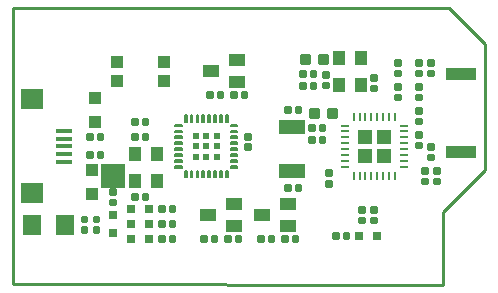
<source format=gtp>
G75*
G70*
%OFA0B0*%
%FSLAX24Y24*%
%IPPOS*%
%LPD*%
%AMOC8*
5,1,8,0,0,1.08239X$1,22.5*
%
%ADD10C,0.0100*%
%ADD11C,0.0125*%
%ADD12R,0.0394X0.0394*%
%ADD13R,0.0512X0.0512*%
%ADD14R,0.0315X0.0112*%
%ADD15R,0.0112X0.0315*%
%ADD16C,0.0088*%
%ADD17R,0.0866X0.0512*%
%ADD18R,0.1000X0.0400*%
%ADD19R,0.0413X0.0512*%
%ADD20R,0.0630X0.0710*%
%ADD21C,0.0059*%
%ADD22R,0.0200X0.0200*%
%ADD23R,0.0551X0.0394*%
%ADD24R,0.0315X0.0315*%
%ADD25R,0.0800X0.0800*%
%ADD26R,0.0551X0.0138*%
%ADD27R,0.0748X0.0709*%
D10*
X001820Y001850D02*
X016150Y001840D01*
X016150Y004250D01*
X017550Y005650D01*
X017550Y009850D01*
X017530Y009870D02*
X016350Y011050D01*
X001820Y011060D01*
X001820Y001850D01*
D11*
X004127Y003592D02*
X004127Y003718D01*
X004253Y003718D01*
X004253Y003592D01*
X004127Y003592D01*
X004127Y003716D02*
X004253Y003716D01*
X004653Y003718D02*
X004653Y003592D01*
X004527Y003592D01*
X004527Y003718D01*
X004653Y003718D01*
X004653Y003716D02*
X004527Y003716D01*
X004653Y003942D02*
X004653Y004068D01*
X004653Y003942D02*
X004527Y003942D01*
X004527Y004068D01*
X004653Y004068D01*
X004653Y004066D02*
X004527Y004066D01*
X004127Y004068D02*
X004127Y003942D01*
X004127Y004068D02*
X004253Y004068D01*
X004253Y003942D01*
X004127Y003942D01*
X004127Y004066D02*
X004253Y004066D01*
X005087Y004512D02*
X005087Y004638D01*
X005213Y004638D01*
X005213Y004512D01*
X005087Y004512D01*
X005087Y004636D02*
X005213Y004636D01*
X005087Y004862D02*
X005087Y004988D01*
X005213Y004988D01*
X005213Y004862D01*
X005087Y004862D01*
X005087Y004986D02*
X005213Y004986D01*
X005812Y004813D02*
X005938Y004813D01*
X005938Y004687D01*
X005812Y004687D01*
X005812Y004813D01*
X005812Y004811D02*
X005938Y004811D01*
X006162Y004813D02*
X006288Y004813D01*
X006288Y004687D01*
X006162Y004687D01*
X006162Y004813D01*
X006162Y004811D02*
X006288Y004811D01*
X006712Y004413D02*
X006838Y004413D01*
X006838Y004287D01*
X006712Y004287D01*
X006712Y004413D01*
X006712Y004411D02*
X006838Y004411D01*
X007062Y004413D02*
X007188Y004413D01*
X007188Y004287D01*
X007062Y004287D01*
X007062Y004413D01*
X007062Y004411D02*
X007188Y004411D01*
X007188Y003913D02*
X007062Y003913D01*
X007188Y003913D02*
X007188Y003787D01*
X007062Y003787D01*
X007062Y003913D01*
X007062Y003911D02*
X007188Y003911D01*
X006838Y003913D02*
X006712Y003913D01*
X006838Y003913D02*
X006838Y003787D01*
X006712Y003787D01*
X006712Y003913D01*
X006712Y003911D02*
X006838Y003911D01*
X006838Y003413D02*
X006712Y003413D01*
X006838Y003413D02*
X006838Y003287D01*
X006712Y003287D01*
X006712Y003413D01*
X006712Y003411D02*
X006838Y003411D01*
X007062Y003413D02*
X007188Y003413D01*
X007188Y003287D01*
X007062Y003287D01*
X007062Y003413D01*
X007062Y003411D02*
X007188Y003411D01*
X008112Y003413D02*
X008238Y003413D01*
X008238Y003287D01*
X008112Y003287D01*
X008112Y003413D01*
X008112Y003411D02*
X008238Y003411D01*
X008462Y003413D02*
X008588Y003413D01*
X008588Y003287D01*
X008462Y003287D01*
X008462Y003413D01*
X008462Y003411D02*
X008588Y003411D01*
X008912Y003413D02*
X009038Y003413D01*
X009038Y003287D01*
X008912Y003287D01*
X008912Y003413D01*
X008912Y003411D02*
X009038Y003411D01*
X009262Y003413D02*
X009388Y003413D01*
X009388Y003287D01*
X009262Y003287D01*
X009262Y003413D01*
X009262Y003411D02*
X009388Y003411D01*
X010012Y003413D02*
X010138Y003413D01*
X010138Y003287D01*
X010012Y003287D01*
X010012Y003413D01*
X010012Y003411D02*
X010138Y003411D01*
X010362Y003413D02*
X010488Y003413D01*
X010488Y003287D01*
X010362Y003287D01*
X010362Y003413D01*
X010362Y003411D02*
X010488Y003411D01*
X010812Y003413D02*
X010938Y003413D01*
X010938Y003287D01*
X010812Y003287D01*
X010812Y003413D01*
X010812Y003411D02*
X010938Y003411D01*
X011162Y003413D02*
X011288Y003413D01*
X011288Y003287D01*
X011162Y003287D01*
X011162Y003413D01*
X011162Y003411D02*
X011288Y003411D01*
X012512Y003513D02*
X012638Y003513D01*
X012638Y003387D01*
X012512Y003387D01*
X012512Y003513D01*
X012512Y003511D02*
X012638Y003511D01*
X012862Y003513D02*
X012988Y003513D01*
X012988Y003387D01*
X012862Y003387D01*
X012862Y003513D01*
X012862Y003511D02*
X012988Y003511D01*
X013513Y003912D02*
X013513Y004038D01*
X013513Y003912D02*
X013387Y003912D01*
X013387Y004038D01*
X013513Y004038D01*
X013513Y004036D02*
X013387Y004036D01*
X013513Y004262D02*
X013513Y004388D01*
X013513Y004262D02*
X013387Y004262D01*
X013387Y004388D01*
X013513Y004388D01*
X013513Y004386D02*
X013387Y004386D01*
X013913Y004388D02*
X013913Y004262D01*
X013787Y004262D01*
X013787Y004388D01*
X013913Y004388D01*
X013913Y004386D02*
X013787Y004386D01*
X013913Y004038D02*
X013913Y003912D01*
X013787Y003912D01*
X013787Y004038D01*
X013913Y004038D01*
X013913Y004036D02*
X013787Y004036D01*
X012287Y005132D02*
X012287Y005258D01*
X012413Y005258D01*
X012413Y005132D01*
X012287Y005132D01*
X012287Y005256D02*
X012413Y005256D01*
X012287Y005482D02*
X012287Y005608D01*
X012413Y005608D01*
X012413Y005482D01*
X012287Y005482D01*
X012287Y005606D02*
X012413Y005606D01*
X011388Y004987D02*
X011262Y004987D01*
X011262Y005113D01*
X011388Y005113D01*
X011388Y004987D01*
X011388Y005111D02*
X011262Y005111D01*
X011038Y004987D02*
X010912Y004987D01*
X010912Y005113D01*
X011038Y005113D01*
X011038Y004987D01*
X011038Y005111D02*
X010912Y005111D01*
X009713Y006352D02*
X009713Y006478D01*
X009713Y006352D02*
X009587Y006352D01*
X009587Y006478D01*
X009713Y006478D01*
X009713Y006476D02*
X009587Y006476D01*
X009713Y006702D02*
X009713Y006828D01*
X009713Y006702D02*
X009587Y006702D01*
X009587Y006828D01*
X009713Y006828D01*
X009713Y006826D02*
X009587Y006826D01*
X010912Y007587D02*
X011038Y007587D01*
X010912Y007587D02*
X010912Y007713D01*
X011038Y007713D01*
X011038Y007587D01*
X011038Y007711D02*
X010912Y007711D01*
X011262Y007587D02*
X011388Y007587D01*
X011262Y007587D02*
X011262Y007713D01*
X011388Y007713D01*
X011388Y007587D01*
X011388Y007711D02*
X011262Y007711D01*
X011712Y007113D02*
X011838Y007113D01*
X011838Y006987D01*
X011712Y006987D01*
X011712Y007113D01*
X011712Y007111D02*
X011838Y007111D01*
X012062Y007113D02*
X012188Y007113D01*
X012188Y006987D01*
X012062Y006987D01*
X012062Y007113D01*
X012062Y007111D02*
X012188Y007111D01*
X012188Y006713D02*
X012062Y006713D01*
X012188Y006713D02*
X012188Y006587D01*
X012062Y006587D01*
X012062Y006713D01*
X012062Y006711D02*
X012188Y006711D01*
X011838Y006713D02*
X011712Y006713D01*
X011838Y006713D02*
X011838Y006587D01*
X011712Y006587D01*
X011712Y006713D01*
X011712Y006711D02*
X011838Y006711D01*
X013787Y008312D02*
X013787Y008438D01*
X013913Y008438D01*
X013913Y008312D01*
X013787Y008312D01*
X013787Y008436D02*
X013913Y008436D01*
X013787Y008662D02*
X013787Y008788D01*
X013913Y008788D01*
X013913Y008662D01*
X013787Y008662D01*
X013787Y008786D02*
X013913Y008786D01*
X014713Y008812D02*
X014713Y008938D01*
X014713Y008812D02*
X014587Y008812D01*
X014587Y008938D01*
X014713Y008938D01*
X014713Y008936D02*
X014587Y008936D01*
X014713Y009162D02*
X014713Y009288D01*
X014713Y009162D02*
X014587Y009162D01*
X014587Y009288D01*
X014713Y009288D01*
X014713Y009286D02*
X014587Y009286D01*
X015413Y009288D02*
X015413Y009162D01*
X015287Y009162D01*
X015287Y009288D01*
X015413Y009288D01*
X015413Y009286D02*
X015287Y009286D01*
X015813Y009288D02*
X015813Y009162D01*
X015687Y009162D01*
X015687Y009288D01*
X015813Y009288D01*
X015813Y009286D02*
X015687Y009286D01*
X015813Y008938D02*
X015813Y008812D01*
X015687Y008812D01*
X015687Y008938D01*
X015813Y008938D01*
X015813Y008936D02*
X015687Y008936D01*
X015413Y008938D02*
X015413Y008812D01*
X015287Y008812D01*
X015287Y008938D01*
X015413Y008938D01*
X015413Y008936D02*
X015287Y008936D01*
X015287Y008488D02*
X015287Y008362D01*
X015287Y008488D02*
X015413Y008488D01*
X015413Y008362D01*
X015287Y008362D01*
X015287Y008486D02*
X015413Y008486D01*
X015287Y008138D02*
X015287Y008012D01*
X015287Y008138D02*
X015413Y008138D01*
X015413Y008012D01*
X015287Y008012D01*
X015287Y008136D02*
X015413Y008136D01*
X015413Y007688D02*
X015413Y007562D01*
X015287Y007562D01*
X015287Y007688D01*
X015413Y007688D01*
X015413Y007686D02*
X015287Y007686D01*
X015413Y007338D02*
X015413Y007212D01*
X015287Y007212D01*
X015287Y007338D01*
X015413Y007338D01*
X015413Y007336D02*
X015287Y007336D01*
X015413Y006888D02*
X015413Y006762D01*
X015287Y006762D01*
X015287Y006888D01*
X015413Y006888D01*
X015413Y006886D02*
X015287Y006886D01*
X015413Y006538D02*
X015413Y006412D01*
X015287Y006412D01*
X015287Y006538D01*
X015413Y006538D01*
X015413Y006536D02*
X015287Y006536D01*
X015687Y006488D02*
X015687Y006362D01*
X015687Y006488D02*
X015813Y006488D01*
X015813Y006362D01*
X015687Y006362D01*
X015687Y006486D02*
X015813Y006486D01*
X015687Y006138D02*
X015687Y006012D01*
X015687Y006138D02*
X015813Y006138D01*
X015813Y006012D01*
X015687Y006012D01*
X015687Y006136D02*
X015813Y006136D01*
X016013Y005688D02*
X016013Y005562D01*
X015887Y005562D01*
X015887Y005688D01*
X016013Y005688D01*
X016013Y005686D02*
X015887Y005686D01*
X015613Y005688D02*
X015613Y005562D01*
X015487Y005562D01*
X015487Y005688D01*
X015613Y005688D01*
X015613Y005686D02*
X015487Y005686D01*
X015613Y005338D02*
X015613Y005212D01*
X015487Y005212D01*
X015487Y005338D01*
X015613Y005338D01*
X015613Y005336D02*
X015487Y005336D01*
X016013Y005338D02*
X016013Y005212D01*
X015887Y005212D01*
X015887Y005338D01*
X016013Y005338D01*
X016013Y005336D02*
X015887Y005336D01*
X014713Y008012D02*
X014713Y008138D01*
X014713Y008012D02*
X014587Y008012D01*
X014587Y008138D01*
X014713Y008138D01*
X014713Y008136D02*
X014587Y008136D01*
X014713Y008362D02*
X014713Y008488D01*
X014713Y008362D02*
X014587Y008362D01*
X014587Y008488D01*
X014713Y008488D01*
X014713Y008486D02*
X014587Y008486D01*
X012313Y008538D02*
X012313Y008412D01*
X012187Y008412D01*
X012187Y008538D01*
X012313Y008538D01*
X012313Y008536D02*
X012187Y008536D01*
X012313Y008762D02*
X012313Y008888D01*
X012313Y008762D02*
X012187Y008762D01*
X012187Y008888D01*
X012313Y008888D01*
X012313Y008886D02*
X012187Y008886D01*
X011888Y008787D02*
X011762Y008787D01*
X011762Y008913D01*
X011888Y008913D01*
X011888Y008787D01*
X011888Y008911D02*
X011762Y008911D01*
X011538Y008787D02*
X011412Y008787D01*
X011412Y008913D01*
X011538Y008913D01*
X011538Y008787D01*
X011538Y008911D02*
X011412Y008911D01*
X011412Y008513D02*
X011538Y008513D01*
X011538Y008387D01*
X011412Y008387D01*
X011412Y008513D01*
X011412Y008511D02*
X011538Y008511D01*
X011762Y008513D02*
X011888Y008513D01*
X011888Y008387D01*
X011762Y008387D01*
X011762Y008513D01*
X011762Y008511D02*
X011888Y008511D01*
X009588Y008213D02*
X009462Y008213D01*
X009588Y008213D02*
X009588Y008087D01*
X009462Y008087D01*
X009462Y008213D01*
X009462Y008211D02*
X009588Y008211D01*
X009238Y008213D02*
X009112Y008213D01*
X009238Y008213D02*
X009238Y008087D01*
X009112Y008087D01*
X009112Y008213D01*
X009112Y008211D02*
X009238Y008211D01*
X008788Y008213D02*
X008662Y008213D01*
X008788Y008213D02*
X008788Y008087D01*
X008662Y008087D01*
X008662Y008213D01*
X008662Y008211D02*
X008788Y008211D01*
X008438Y008213D02*
X008312Y008213D01*
X008438Y008213D02*
X008438Y008087D01*
X008312Y008087D01*
X008312Y008213D01*
X008312Y008211D02*
X008438Y008211D01*
X006288Y007313D02*
X006162Y007313D01*
X006288Y007313D02*
X006288Y007187D01*
X006162Y007187D01*
X006162Y007313D01*
X006162Y007311D02*
X006288Y007311D01*
X005938Y007313D02*
X005812Y007313D01*
X005938Y007313D02*
X005938Y007187D01*
X005812Y007187D01*
X005812Y007313D01*
X005812Y007311D02*
X005938Y007311D01*
X005938Y006687D02*
X005812Y006687D01*
X005812Y006813D01*
X005938Y006813D01*
X005938Y006687D01*
X005938Y006811D02*
X005812Y006811D01*
X006162Y006687D02*
X006288Y006687D01*
X006162Y006687D02*
X006162Y006813D01*
X006288Y006813D01*
X006288Y006687D01*
X006288Y006811D02*
X006162Y006811D01*
X004788Y006813D02*
X004662Y006813D01*
X004788Y006813D02*
X004788Y006687D01*
X004662Y006687D01*
X004662Y006813D01*
X004662Y006811D02*
X004788Y006811D01*
X004438Y006813D02*
X004312Y006813D01*
X004438Y006813D02*
X004438Y006687D01*
X004312Y006687D01*
X004312Y006813D01*
X004312Y006811D02*
X004438Y006811D01*
X004438Y006213D02*
X004312Y006213D01*
X004438Y006213D02*
X004438Y006087D01*
X004312Y006087D01*
X004312Y006213D01*
X004312Y006211D02*
X004438Y006211D01*
X004662Y006213D02*
X004788Y006213D01*
X004788Y006087D01*
X004662Y006087D01*
X004662Y006213D01*
X004662Y006211D02*
X004788Y006211D01*
D12*
X004450Y005644D03*
X004450Y004856D03*
X004550Y007256D03*
X004550Y008044D03*
X005263Y008635D03*
X005263Y009265D03*
X006837Y009265D03*
X006837Y008635D03*
D13*
X013535Y006765D03*
X014165Y006765D03*
X014165Y006135D03*
X013535Y006135D03*
D14*
X012866Y006155D03*
X012866Y005958D03*
X012866Y005761D03*
X012866Y006352D03*
X012866Y006548D03*
X012866Y006745D03*
X012866Y006942D03*
X012866Y007139D03*
X014834Y007139D03*
X014834Y006942D03*
X014834Y006745D03*
X014834Y006548D03*
X014834Y006352D03*
X014834Y006155D03*
X014834Y005958D03*
X014834Y005761D03*
D15*
X014539Y005466D03*
X014342Y005466D03*
X014145Y005466D03*
X013948Y005466D03*
X013752Y005466D03*
X013555Y005466D03*
X013358Y005466D03*
X013161Y005466D03*
X013161Y007434D03*
X013358Y007434D03*
X013555Y007434D03*
X013752Y007434D03*
X013948Y007434D03*
X014145Y007434D03*
X014342Y007434D03*
X014539Y007434D03*
D16*
X012581Y007681D02*
X012319Y007681D01*
X012581Y007681D02*
X012581Y007419D01*
X012319Y007419D01*
X012319Y007681D01*
X012319Y007506D02*
X012581Y007506D01*
X012581Y007593D02*
X012319Y007593D01*
X012319Y007680D02*
X012581Y007680D01*
X011981Y007681D02*
X011719Y007681D01*
X011981Y007681D02*
X011981Y007419D01*
X011719Y007419D01*
X011719Y007681D01*
X011719Y007506D02*
X011981Y007506D01*
X011981Y007593D02*
X011719Y007593D01*
X011719Y007680D02*
X011981Y007680D01*
X012019Y009219D02*
X012281Y009219D01*
X012019Y009219D02*
X012019Y009481D01*
X012281Y009481D01*
X012281Y009219D01*
X012281Y009306D02*
X012019Y009306D01*
X012019Y009393D02*
X012281Y009393D01*
X012281Y009480D02*
X012019Y009480D01*
X011681Y009219D02*
X011419Y009219D01*
X011419Y009481D01*
X011681Y009481D01*
X011681Y009219D01*
X011681Y009306D02*
X011419Y009306D01*
X011419Y009393D02*
X011681Y009393D01*
X011681Y009480D02*
X011419Y009480D01*
D17*
X011120Y007078D03*
X011120Y005622D03*
D18*
X016750Y006250D03*
X016750Y008850D03*
D19*
X013414Y008497D03*
X012686Y008497D03*
X012686Y009403D03*
X013414Y009403D03*
X006614Y006203D03*
X005886Y006203D03*
X005886Y005297D03*
X006614Y005297D03*
D20*
X003550Y003830D03*
X002430Y003830D03*
D21*
X007216Y005731D02*
X007434Y005731D01*
X007216Y005731D02*
X007216Y005791D01*
X007434Y005791D01*
X007434Y005731D01*
X007434Y005789D02*
X007216Y005789D01*
X007216Y005928D02*
X007434Y005928D01*
X007216Y005928D02*
X007216Y005988D01*
X007434Y005988D01*
X007434Y005928D01*
X007434Y005986D02*
X007216Y005986D01*
X007216Y006125D02*
X007434Y006125D01*
X007216Y006125D02*
X007216Y006185D01*
X007434Y006185D01*
X007434Y006125D01*
X007434Y006183D02*
X007216Y006183D01*
X007216Y006322D02*
X007434Y006322D01*
X007216Y006322D02*
X007216Y006382D01*
X007434Y006382D01*
X007434Y006322D01*
X007434Y006380D02*
X007216Y006380D01*
X007216Y006518D02*
X007434Y006518D01*
X007216Y006518D02*
X007216Y006578D01*
X007434Y006578D01*
X007434Y006518D01*
X007434Y006576D02*
X007216Y006576D01*
X007216Y006715D02*
X007434Y006715D01*
X007216Y006715D02*
X007216Y006775D01*
X007434Y006775D01*
X007434Y006715D01*
X007434Y006773D02*
X007216Y006773D01*
X007216Y006912D02*
X007434Y006912D01*
X007216Y006912D02*
X007216Y006972D01*
X007434Y006972D01*
X007434Y006912D01*
X007434Y006970D02*
X007216Y006970D01*
X007216Y007109D02*
X007434Y007109D01*
X007216Y007109D02*
X007216Y007169D01*
X007434Y007169D01*
X007434Y007109D01*
X007434Y007167D02*
X007216Y007167D01*
X007531Y007266D02*
X007591Y007266D01*
X007531Y007266D02*
X007531Y007484D01*
X007591Y007484D01*
X007591Y007266D01*
X007591Y007324D02*
X007531Y007324D01*
X007531Y007382D02*
X007591Y007382D01*
X007591Y007440D02*
X007531Y007440D01*
X007728Y007266D02*
X007788Y007266D01*
X007728Y007266D02*
X007728Y007484D01*
X007788Y007484D01*
X007788Y007266D01*
X007788Y007324D02*
X007728Y007324D01*
X007728Y007382D02*
X007788Y007382D01*
X007788Y007440D02*
X007728Y007440D01*
X007925Y007266D02*
X007985Y007266D01*
X007925Y007266D02*
X007925Y007484D01*
X007985Y007484D01*
X007985Y007266D01*
X007985Y007324D02*
X007925Y007324D01*
X007925Y007382D02*
X007985Y007382D01*
X007985Y007440D02*
X007925Y007440D01*
X008122Y007266D02*
X008182Y007266D01*
X008122Y007266D02*
X008122Y007484D01*
X008182Y007484D01*
X008182Y007266D01*
X008182Y007324D02*
X008122Y007324D01*
X008122Y007382D02*
X008182Y007382D01*
X008182Y007440D02*
X008122Y007440D01*
X008318Y007266D02*
X008378Y007266D01*
X008318Y007266D02*
X008318Y007484D01*
X008378Y007484D01*
X008378Y007266D01*
X008378Y007324D02*
X008318Y007324D01*
X008318Y007382D02*
X008378Y007382D01*
X008378Y007440D02*
X008318Y007440D01*
X008515Y007266D02*
X008575Y007266D01*
X008515Y007266D02*
X008515Y007484D01*
X008575Y007484D01*
X008575Y007266D01*
X008575Y007324D02*
X008515Y007324D01*
X008515Y007382D02*
X008575Y007382D01*
X008575Y007440D02*
X008515Y007440D01*
X008712Y007266D02*
X008772Y007266D01*
X008712Y007266D02*
X008712Y007484D01*
X008772Y007484D01*
X008772Y007266D01*
X008772Y007324D02*
X008712Y007324D01*
X008712Y007382D02*
X008772Y007382D01*
X008772Y007440D02*
X008712Y007440D01*
X008909Y007266D02*
X008969Y007266D01*
X008909Y007266D02*
X008909Y007484D01*
X008969Y007484D01*
X008969Y007266D01*
X008969Y007324D02*
X008909Y007324D01*
X008909Y007382D02*
X008969Y007382D01*
X008969Y007440D02*
X008909Y007440D01*
X009066Y007109D02*
X009284Y007109D01*
X009066Y007109D02*
X009066Y007169D01*
X009284Y007169D01*
X009284Y007109D01*
X009284Y007167D02*
X009066Y007167D01*
X009066Y006912D02*
X009284Y006912D01*
X009066Y006912D02*
X009066Y006972D01*
X009284Y006972D01*
X009284Y006912D01*
X009284Y006970D02*
X009066Y006970D01*
X009066Y006715D02*
X009284Y006715D01*
X009066Y006715D02*
X009066Y006775D01*
X009284Y006775D01*
X009284Y006715D01*
X009284Y006773D02*
X009066Y006773D01*
X009066Y006518D02*
X009284Y006518D01*
X009066Y006518D02*
X009066Y006578D01*
X009284Y006578D01*
X009284Y006518D01*
X009284Y006576D02*
X009066Y006576D01*
X009066Y006322D02*
X009284Y006322D01*
X009066Y006322D02*
X009066Y006382D01*
X009284Y006382D01*
X009284Y006322D01*
X009284Y006380D02*
X009066Y006380D01*
X009066Y006125D02*
X009284Y006125D01*
X009066Y006125D02*
X009066Y006185D01*
X009284Y006185D01*
X009284Y006125D01*
X009284Y006183D02*
X009066Y006183D01*
X009066Y005928D02*
X009284Y005928D01*
X009066Y005928D02*
X009066Y005988D01*
X009284Y005988D01*
X009284Y005928D01*
X009284Y005986D02*
X009066Y005986D01*
X009066Y005731D02*
X009284Y005731D01*
X009066Y005731D02*
X009066Y005791D01*
X009284Y005791D01*
X009284Y005731D01*
X009284Y005789D02*
X009066Y005789D01*
X008969Y005416D02*
X008909Y005416D01*
X008909Y005634D01*
X008969Y005634D01*
X008969Y005416D01*
X008969Y005474D02*
X008909Y005474D01*
X008909Y005532D02*
X008969Y005532D01*
X008969Y005590D02*
X008909Y005590D01*
X008772Y005416D02*
X008712Y005416D01*
X008712Y005634D01*
X008772Y005634D01*
X008772Y005416D01*
X008772Y005474D02*
X008712Y005474D01*
X008712Y005532D02*
X008772Y005532D01*
X008772Y005590D02*
X008712Y005590D01*
X008575Y005416D02*
X008515Y005416D01*
X008515Y005634D01*
X008575Y005634D01*
X008575Y005416D01*
X008575Y005474D02*
X008515Y005474D01*
X008515Y005532D02*
X008575Y005532D01*
X008575Y005590D02*
X008515Y005590D01*
X008378Y005416D02*
X008318Y005416D01*
X008318Y005634D01*
X008378Y005634D01*
X008378Y005416D01*
X008378Y005474D02*
X008318Y005474D01*
X008318Y005532D02*
X008378Y005532D01*
X008378Y005590D02*
X008318Y005590D01*
X008182Y005416D02*
X008122Y005416D01*
X008122Y005634D01*
X008182Y005634D01*
X008182Y005416D01*
X008182Y005474D02*
X008122Y005474D01*
X008122Y005532D02*
X008182Y005532D01*
X008182Y005590D02*
X008122Y005590D01*
X007985Y005416D02*
X007925Y005416D01*
X007925Y005634D01*
X007985Y005634D01*
X007985Y005416D01*
X007985Y005474D02*
X007925Y005474D01*
X007925Y005532D02*
X007985Y005532D01*
X007985Y005590D02*
X007925Y005590D01*
X007788Y005416D02*
X007728Y005416D01*
X007728Y005634D01*
X007788Y005634D01*
X007788Y005416D01*
X007788Y005474D02*
X007728Y005474D01*
X007728Y005532D02*
X007788Y005532D01*
X007788Y005590D02*
X007728Y005590D01*
X007591Y005416D02*
X007531Y005416D01*
X007531Y005634D01*
X007591Y005634D01*
X007591Y005416D01*
X007591Y005474D02*
X007531Y005474D01*
X007531Y005532D02*
X007591Y005532D01*
X007591Y005590D02*
X007531Y005590D01*
D22*
X007900Y006100D03*
X008250Y006100D03*
X008600Y006100D03*
X008600Y006450D03*
X008600Y006800D03*
X008250Y006800D03*
X008250Y006450D03*
X007900Y006450D03*
X007900Y006800D03*
D23*
X009283Y008576D03*
X008417Y008950D03*
X009283Y009324D03*
X009183Y004524D03*
X010117Y004150D03*
X009183Y003776D03*
X008317Y004150D03*
X010983Y003776D03*
X010983Y004524D03*
D24*
X013355Y003450D03*
X013945Y003450D03*
X006345Y003350D03*
X005755Y003350D03*
X005150Y003555D03*
X005755Y003850D03*
X006345Y003850D03*
X006345Y004350D03*
X005755Y004350D03*
X005150Y004145D03*
D25*
X005150Y005450D03*
D26*
X003493Y005938D03*
X003493Y006194D03*
X003493Y006450D03*
X003493Y006706D03*
X003493Y006962D03*
D27*
X002450Y008025D03*
X002450Y004875D03*
M02*

</source>
